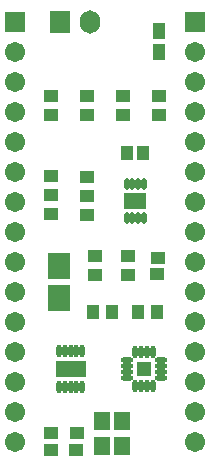
<source format=gts>
G04*
G04 #@! TF.GenerationSoftware,Altium Limited,Altium Designer,19.0.10 (269)*
G04*
G04 Layer_Color=8388736*
%FSLAX44Y44*%
%MOMM*%
G71*
G01*
G75*
%ADD29R,1.1682X1.0032*%
%ADD30R,1.0922X1.4732*%
%ADD31R,1.0032X1.1682*%
%ADD32R,1.0032X1.1682*%
%ADD33R,1.0032X1.1682*%
%ADD34R,1.9432X1.4532*%
%ADD35O,0.4532X1.0032*%
%ADD36R,1.1682X1.0032*%
%ADD37R,1.9032X2.2032*%
%ADD38R,1.2032X1.2032*%
%ADD39O,1.1032X0.4532*%
%ADD40O,0.4532X1.1032*%
%ADD41R,1.4032X1.5032*%
%ADD42R,2.5532X1.4532*%
%ADD43C,1.7032*%
%ADD44R,1.7032X1.7032*%
%ADD45O,1.7272X1.9812*%
%ADD46R,1.7272X1.9812*%
%ADD47C,0.8032*%
D29*
X48260Y318770D02*
D03*
Y302770D02*
D03*
X48006Y234984D02*
D03*
Y250984D02*
D03*
Y218984D02*
D03*
X139700Y318770D02*
D03*
Y302770D02*
D03*
X109220D02*
D03*
Y318770D02*
D03*
X78740D02*
D03*
Y302770D02*
D03*
X85090Y166880D02*
D03*
Y182880D02*
D03*
X113030Y166880D02*
D03*
Y182880D02*
D03*
X78740Y234190D02*
D03*
Y218190D02*
D03*
Y250190D02*
D03*
D30*
X139700Y355600D02*
D03*
Y373380D02*
D03*
D31*
X137920Y135890D02*
D03*
X121920D02*
D03*
X83820D02*
D03*
D32*
X126104Y270256D02*
D03*
X112134Y270510D02*
D03*
D33*
X99820Y135890D02*
D03*
D34*
X119634Y229870D02*
D03*
D35*
X127134Y215370D02*
D03*
X122134D02*
D03*
X117134D02*
D03*
X112134D02*
D03*
Y244370D02*
D03*
X117134D02*
D03*
X122134D02*
D03*
X127134D02*
D03*
D36*
X138176Y167640D02*
D03*
X138430Y181610D02*
D03*
X48260Y33020D02*
D03*
X48006Y19050D02*
D03*
X69850Y33020D02*
D03*
X69596Y19050D02*
D03*
D37*
X54770Y174790D02*
D03*
Y147320D02*
D03*
D38*
X127000Y87630D02*
D03*
D39*
X141500Y95130D02*
D03*
Y90130D02*
D03*
Y85130D02*
D03*
Y80130D02*
D03*
X112500D02*
D03*
Y85130D02*
D03*
Y90130D02*
D03*
Y95130D02*
D03*
D40*
X134500Y73130D02*
D03*
X129500D02*
D03*
X124500D02*
D03*
X119500D02*
D03*
Y102130D02*
D03*
X124500D02*
D03*
X129500D02*
D03*
X134500D02*
D03*
X54770Y102880D02*
D03*
X59770D02*
D03*
X64770D02*
D03*
X69770D02*
D03*
X74770D02*
D03*
Y72380D02*
D03*
X69770D02*
D03*
X64770D02*
D03*
X59770D02*
D03*
X54770D02*
D03*
D41*
X91440Y22180D02*
D03*
Y43180D02*
D03*
X108440D02*
D03*
Y22180D02*
D03*
D42*
X64770Y87630D02*
D03*
D43*
X170180Y25400D02*
D03*
Y50800D02*
D03*
Y76200D02*
D03*
Y101600D02*
D03*
Y127000D02*
D03*
Y152400D02*
D03*
Y177800D02*
D03*
Y203200D02*
D03*
Y228600D02*
D03*
Y254000D02*
D03*
Y279400D02*
D03*
Y304800D02*
D03*
Y330200D02*
D03*
Y355600D02*
D03*
X17780Y25400D02*
D03*
Y50800D02*
D03*
Y76200D02*
D03*
Y101600D02*
D03*
Y127000D02*
D03*
Y152400D02*
D03*
Y177800D02*
D03*
Y203200D02*
D03*
Y228600D02*
D03*
Y254000D02*
D03*
Y279400D02*
D03*
Y304800D02*
D03*
Y330200D02*
D03*
Y355600D02*
D03*
D44*
X170180Y381000D02*
D03*
X17780D02*
D03*
D45*
X81280D02*
D03*
D46*
X55880D02*
D03*
D47*
X137920Y135890D02*
D03*
X138430Y181610D02*
D03*
X48260Y302770D02*
D03*
X115570Y229870D02*
D03*
X123324D02*
D03*
X127134Y87630D02*
D03*
X71120Y87630D02*
D03*
X58420D02*
D03*
X48260Y33020D02*
D03*
X91440Y22180D02*
D03*
M02*

</source>
